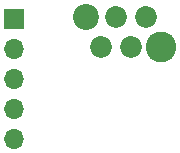
<source format=gbr>
%TF.GenerationSoftware,KiCad,Pcbnew,5.1.8-db9833491~88~ubuntu20.10.1*%
%TF.CreationDate,2020-12-02T23:45:44-06:00*%
%TF.ProjectId,skedd_swd_adapter,736b6564-645f-4737-9764-5f6164617074,rev?*%
%TF.SameCoordinates,Original*%
%TF.FileFunction,Soldermask,Bot*%
%TF.FilePolarity,Negative*%
%FSLAX46Y46*%
G04 Gerber Fmt 4.6, Leading zero omitted, Abs format (unit mm)*
G04 Created by KiCad (PCBNEW 5.1.8-db9833491~88~ubuntu20.10.1) date 2020-12-02 23:45:44*
%MOMM*%
%LPD*%
G01*
G04 APERTURE LIST*
%ADD10O,1.700000X1.700000*%
%ADD11R,1.700000X1.700000*%
%ADD12C,2.600000*%
%ADD13C,2.200000*%
%ADD14C,1.850000*%
G04 APERTURE END LIST*
D10*
%TO.C,J2*%
X25955001Y-30400001D03*
X25955001Y-27860001D03*
X25955001Y-25320001D03*
X25955001Y-22780001D03*
D11*
X25955001Y-20240001D03*
%TD*%
D12*
%TO.C,J3*%
X38340001Y-22560001D03*
D13*
X32030001Y-20020001D03*
D14*
X37110001Y-20020001D03*
X35840001Y-22560001D03*
X34570001Y-20020001D03*
X33300001Y-22560001D03*
%TD*%
M02*

</source>
